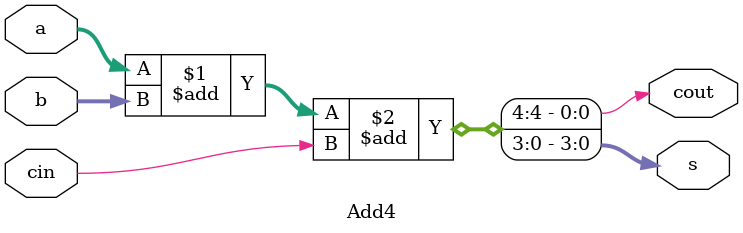
<source format=sv>
 module Add4(s,cout,a,b,cin); 
 	input [3:0]a, b;
 	input cin;
 	output [3:0]s;
 	output cout;

 	

   assign {cout,s} = a+b+cin;
   
 endmodule
</source>
